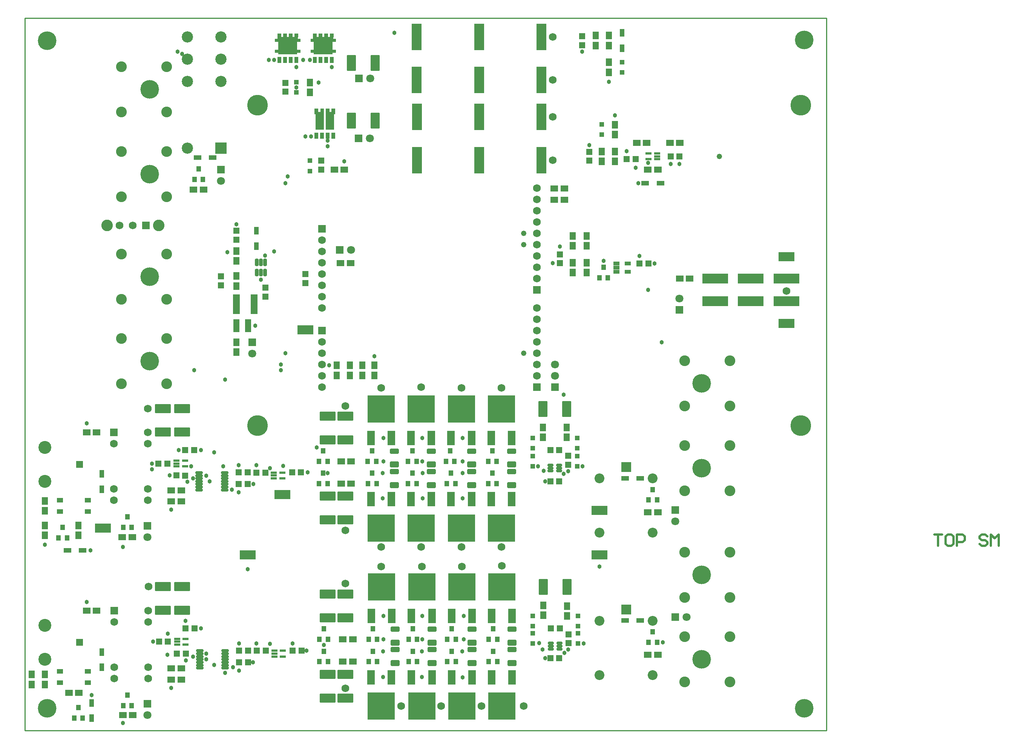
<source format=gts>
G04*
G04 #@! TF.GenerationSoftware,Altium Limited,CircuitStudio,1.5.1 (13)*
G04*
G04 Layer_Color=20142*
%FSLAX23Y23*%
%MOIN*%
G70*
G01*
G75*
%ADD45C,0.010*%
%ADD46C,0.020*%
%ADD74R,0.071X0.126*%
%ADD75R,0.244X0.244*%
%ADD76R,0.055X0.058*%
%ADD77R,0.043X0.045*%
%ADD78R,0.043X0.045*%
%ADD79R,0.068X0.058*%
G04:AMPARAMS|DCode=80|XSize=51mil|YSize=78mil|CornerRadius=7mil|HoleSize=0mil|Usage=FLASHONLY|Rotation=90.000|XOffset=0mil|YOffset=0mil|HoleType=Round|Shape=RoundedRectangle|*
%AMROUNDEDRECTD80*
21,1,0.051,0.064,0,0,90.0*
21,1,0.037,0.078,0,0,90.0*
1,1,0.014,0.032,0.018*
1,1,0.014,0.032,-0.018*
1,1,0.014,-0.032,-0.018*
1,1,0.014,-0.032,0.018*
%
%ADD80ROUNDEDRECTD80*%
G04:AMPARAMS|DCode=81|XSize=45mil|YSize=78mil|CornerRadius=7mil|HoleSize=0mil|Usage=FLASHONLY|Rotation=90.000|XOffset=0mil|YOffset=0mil|HoleType=Round|Shape=RoundedRectangle|*
%AMROUNDEDRECTD81*
21,1,0.045,0.065,0,0,90.0*
21,1,0.032,0.078,0,0,90.0*
1,1,0.013,0.032,0.016*
1,1,0.013,0.032,-0.016*
1,1,0.013,-0.032,-0.016*
1,1,0.013,-0.032,0.016*
%
%ADD81ROUNDEDRECTD81*%
G04:AMPARAMS|DCode=82|XSize=83mil|YSize=141mil|CornerRadius=7mil|HoleSize=0mil|Usage=FLASHONLY|Rotation=90.000|XOffset=0mil|YOffset=0mil|HoleType=Round|Shape=RoundedRectangle|*
%AMROUNDEDRECTD82*
21,1,0.083,0.127,0,0,90.0*
21,1,0.070,0.141,0,0,90.0*
1,1,0.013,0.064,0.035*
1,1,0.013,0.064,-0.035*
1,1,0.013,-0.064,-0.035*
1,1,0.013,-0.064,0.035*
%
%ADD82ROUNDEDRECTD82*%
G04:AMPARAMS|DCode=83|XSize=83mil|YSize=141mil|CornerRadius=7mil|HoleSize=0mil|Usage=FLASHONLY|Rotation=0.000|XOffset=0mil|YOffset=0mil|HoleType=Round|Shape=RoundedRectangle|*
%AMROUNDEDRECTD83*
21,1,0.083,0.127,0,0,0.0*
21,1,0.070,0.141,0,0,0.0*
1,1,0.013,0.035,-0.064*
1,1,0.013,-0.035,-0.064*
1,1,0.013,-0.035,0.064*
1,1,0.013,0.035,0.064*
%
%ADD83ROUNDEDRECTD83*%
%ADD84R,0.058X0.055*%
%ADD85R,0.043X0.039*%
G04:AMPARAMS|DCode=86|XSize=55mil|YSize=24mil|CornerRadius=6mil|HoleSize=0mil|Usage=FLASHONLY|Rotation=180.000|XOffset=0mil|YOffset=0mil|HoleType=Round|Shape=RoundedRectangle|*
%AMROUNDEDRECTD86*
21,1,0.055,0.012,0,0,180.0*
21,1,0.043,0.024,0,0,180.0*
1,1,0.012,-0.021,0.006*
1,1,0.012,0.021,0.006*
1,1,0.012,0.021,-0.006*
1,1,0.012,-0.021,-0.006*
%
%ADD86ROUNDEDRECTD86*%
%ADD87R,0.058X0.068*%
%ADD88R,0.071X0.039*%
%ADD89R,0.144X0.081*%
%ADD90R,0.225X0.085*%
%ADD91R,0.055X0.024*%
%ADD92R,0.039X0.071*%
%ADD93R,0.032X0.058*%
G04:AMPARAMS|DCode=94|XSize=65mil|YSize=31mil|CornerRadius=7mil|HoleSize=0mil|Usage=FLASHONLY|Rotation=270.000|XOffset=0mil|YOffset=0mil|HoleType=Round|Shape=RoundedRectangle|*
%AMROUNDEDRECTD94*
21,1,0.065,0.017,0,0,270.0*
21,1,0.051,0.031,0,0,270.0*
1,1,0.014,-0.009,-0.026*
1,1,0.014,-0.009,0.026*
1,1,0.014,0.009,0.026*
1,1,0.014,0.009,-0.026*
%
%ADD94ROUNDEDRECTD94*%
G04:AMPARAMS|DCode=95|XSize=66mil|YSize=24mil|CornerRadius=6mil|HoleSize=0mil|Usage=FLASHONLY|Rotation=0.000|XOffset=0mil|YOffset=0mil|HoleType=Round|Shape=RoundedRectangle|*
%AMROUNDEDRECTD95*
21,1,0.066,0.012,0,0,0.0*
21,1,0.054,0.024,0,0,0.0*
1,1,0.012,0.027,-0.006*
1,1,0.012,-0.027,-0.006*
1,1,0.012,-0.027,0.006*
1,1,0.012,0.027,0.006*
%
%ADD95ROUNDEDRECTD95*%
%ADD96R,0.087X0.232*%
%ADD97R,0.055X0.032*%
%ADD98R,0.032X0.058*%
%ADD99R,0.032X0.036*%
%ADD100R,0.169X0.158*%
%ADD101R,0.038X0.031*%
%ADD102R,0.014X0.020*%
%ADD103R,0.063X0.173*%
%ADD104R,0.058X0.115*%
%ADD105R,0.055X0.040*%
%ADD106C,0.048*%
%ADD107C,0.071*%
%ADD108R,0.071X0.071*%
%ADD109C,0.095*%
%ADD110C,0.165*%
%ADD111R,0.071X0.071*%
%ADD112C,0.068*%
%ADD113R,0.068X0.068*%
%ADD114C,0.102*%
%ADD115C,0.068*%
%ADD116R,0.068X0.068*%
%ADD117C,0.114*%
%ADD118R,0.064X0.064*%
%ADD119R,0.087X0.087*%
%ADD120C,0.087*%
%ADD121C,0.099*%
%ADD122R,0.099X0.099*%
%ADD123C,0.183*%
%ADD124C,0.038*%
G36*
X4415Y7441D02*
X4416D01*
Y7283D01*
X4343D01*
Y7421D01*
X4333D01*
Y7469D01*
X4365D01*
Y7441D01*
X4384D01*
Y7469D01*
X4415D01*
Y7441D01*
D02*
G37*
G36*
X4515Y7421D02*
X4505D01*
Y7283D01*
X4432D01*
Y7441D01*
X4433D01*
Y7469D01*
X4464D01*
Y7441D01*
X4483D01*
Y7469D01*
X4515D01*
Y7421D01*
D02*
G37*
D45*
X1772Y1969D02*
X8858D01*
X1772D02*
Y8268D01*
X8858Y1969D02*
Y8268D01*
X1772D02*
X8858D01*
D46*
X9813Y3702D02*
X9880D01*
X9846D01*
Y3602D01*
X9963Y3702D02*
X9930D01*
X9913Y3685D01*
Y3619D01*
X9930Y3602D01*
X9963D01*
X9980Y3619D01*
Y3685D01*
X9963Y3702D01*
X10013Y3602D02*
Y3702D01*
X10063D01*
X10080Y3685D01*
Y3652D01*
X10063Y3635D01*
X10013D01*
X10280Y3685D02*
X10263Y3702D01*
X10230D01*
X10213Y3685D01*
Y3669D01*
X10230Y3652D01*
X10263D01*
X10280Y3635D01*
Y3619D01*
X10263Y3602D01*
X10230D01*
X10213Y3619D01*
X10313Y3602D02*
Y3702D01*
X10346Y3669D01*
X10380Y3702D01*
Y3602D01*
D74*
X6075Y4557D02*
D03*
X5894D02*
D03*
X5720D02*
D03*
X5539D02*
D03*
X5366D02*
D03*
X5185D02*
D03*
X5012D02*
D03*
X4831D02*
D03*
X5894Y4016D02*
D03*
X6075D02*
D03*
X5539D02*
D03*
X5720D02*
D03*
X5185D02*
D03*
X5366D02*
D03*
X5016Y2982D02*
D03*
X4835D02*
D03*
X5371D02*
D03*
X5189D02*
D03*
X5725D02*
D03*
X5544D02*
D03*
X6079D02*
D03*
X5898D02*
D03*
X4831Y4016D02*
D03*
X5012D02*
D03*
X5898Y2441D02*
D03*
X6079D02*
D03*
X5544D02*
D03*
X5725D02*
D03*
X5189D02*
D03*
X5371D02*
D03*
X4831D02*
D03*
X5012D02*
D03*
D75*
X5984Y4813D02*
D03*
X5630D02*
D03*
X5276D02*
D03*
X4921D02*
D03*
X5984Y3760D02*
D03*
X5630D02*
D03*
X5276D02*
D03*
X4926Y3238D02*
D03*
X5280D02*
D03*
X5634D02*
D03*
X5989D02*
D03*
X4921Y3760D02*
D03*
X5989Y2185D02*
D03*
X5634D02*
D03*
X5280D02*
D03*
X4921D02*
D03*
D76*
X4213Y4252D02*
D03*
X4134Y4252D02*
D03*
X6417Y4449D02*
D03*
X6496Y4449D02*
D03*
X6496Y4173D02*
D03*
X6417Y4173D02*
D03*
X6501Y2874D02*
D03*
X6421Y2874D02*
D03*
X6417Y2608D02*
D03*
X6496Y2608D02*
D03*
X7204Y6100D02*
D03*
X7284Y6100D02*
D03*
X7480Y7047D02*
D03*
X7559Y7047D02*
D03*
X7093Y7022D02*
D03*
X7172Y7022D02*
D03*
X4138Y2677D02*
D03*
X4217Y2677D02*
D03*
X3902Y2675D02*
D03*
X3823Y2675D02*
D03*
X3745Y2677D02*
D03*
X3666Y2677D02*
D03*
X3745Y2573D02*
D03*
X3666Y2573D02*
D03*
X3193Y2874D02*
D03*
X3272Y2874D02*
D03*
X3194Y2650D02*
D03*
X3114Y2650D02*
D03*
X3036Y2756D02*
D03*
X2957Y2756D02*
D03*
X3819Y4250D02*
D03*
X3898Y4250D02*
D03*
X3661Y4252D02*
D03*
X3740Y4252D02*
D03*
X3661Y4148D02*
D03*
X3740Y4148D02*
D03*
X3268Y4449D02*
D03*
X3189Y4449D02*
D03*
X2952Y4331D02*
D03*
X3032Y4331D02*
D03*
X3110Y4225D02*
D03*
X3189Y4224D02*
D03*
D77*
X4409Y4245D02*
D03*
X4372Y4153D02*
D03*
X4409Y4444D02*
D03*
X4372Y4351D02*
D03*
X4841Y4443D02*
D03*
X4803Y4350D02*
D03*
X4843Y4245D02*
D03*
X4805Y4153D02*
D03*
X5197Y4444D02*
D03*
X5159Y4351D02*
D03*
X5197Y4245D02*
D03*
X5159Y4153D02*
D03*
X5531Y4444D02*
D03*
X5494Y4351D02*
D03*
X5539Y4245D02*
D03*
X5502Y4153D02*
D03*
X5906Y4444D02*
D03*
X5868Y4351D02*
D03*
X5906Y4245D02*
D03*
X5868Y4153D02*
D03*
X4847Y2869D02*
D03*
X4810Y2777D02*
D03*
X4847Y2670D02*
D03*
X4810Y2578D02*
D03*
X4414Y2670D02*
D03*
X4376Y2578D02*
D03*
X4414Y2869D02*
D03*
X4376Y2777D02*
D03*
X5544Y2670D02*
D03*
X5506Y2578D02*
D03*
X5544Y2869D02*
D03*
X5506Y2777D02*
D03*
X5910Y2869D02*
D03*
X5873Y2777D02*
D03*
X5201Y2670D02*
D03*
X5164Y2578D02*
D03*
X5201Y2869D02*
D03*
X5164Y2777D02*
D03*
X5910Y2670D02*
D03*
X5873Y2578D02*
D03*
X7323Y2842D02*
D03*
X7285Y2749D02*
D03*
X7323Y4101D02*
D03*
X7285Y4009D02*
D03*
X6851Y5973D02*
D03*
X6888Y6065D02*
D03*
X3307Y6936D02*
D03*
X3270Y6844D02*
D03*
X2677Y3858D02*
D03*
X2640Y3766D02*
D03*
X2106Y3767D02*
D03*
X2069Y3674D02*
D03*
X2677Y2283D02*
D03*
X2640Y2191D02*
D03*
X2244Y2172D02*
D03*
X2207Y2080D02*
D03*
D78*
X4447Y4153D02*
D03*
X4447Y4351D02*
D03*
X4878Y4350D02*
D03*
X4880Y4153D02*
D03*
X5234Y4351D02*
D03*
Y4153D02*
D03*
X5569Y4351D02*
D03*
X5577Y4153D02*
D03*
X5943Y4351D02*
D03*
X5943Y4153D02*
D03*
X4884Y2777D02*
D03*
X4884Y2578D02*
D03*
X4451D02*
D03*
X4451Y2777D02*
D03*
X5581Y2578D02*
D03*
X5581Y2777D02*
D03*
X5947D02*
D03*
X5239Y2578D02*
D03*
Y2777D02*
D03*
X5947Y2578D02*
D03*
X7360Y2749D02*
D03*
Y4009D02*
D03*
X6926Y5973D02*
D03*
X3344Y6844D02*
D03*
X2715Y3766D02*
D03*
X2144Y3674D02*
D03*
X2715Y2191D02*
D03*
X2281Y2080D02*
D03*
D79*
X4654Y4154D02*
D03*
X4567D02*
D03*
X4654Y4350D02*
D03*
X4567D02*
D03*
X7367Y2638D02*
D03*
X7279D02*
D03*
Y3898D02*
D03*
X7367D02*
D03*
X7648Y5965D02*
D03*
X7560D02*
D03*
X7563Y7165D02*
D03*
X7476D02*
D03*
X7279Y6929D02*
D03*
X7367D02*
D03*
X7268Y7165D02*
D03*
X7181D02*
D03*
X4595Y6929D02*
D03*
X4508D02*
D03*
X4563Y6102D02*
D03*
X4650D02*
D03*
X4582Y2776D02*
D03*
X4670D02*
D03*
X4582Y2579D02*
D03*
X4670D02*
D03*
X3154Y2520D02*
D03*
X3066D02*
D03*
X3154Y2421D02*
D03*
X3066D02*
D03*
X2406Y3031D02*
D03*
X2318D02*
D03*
X3066Y4094D02*
D03*
X3154D02*
D03*
X3066Y3996D02*
D03*
X3154D02*
D03*
X2318Y4606D02*
D03*
X2406D02*
D03*
X6540Y6663D02*
D03*
X6452D02*
D03*
Y6762D02*
D03*
X6540D02*
D03*
X3351Y6752D02*
D03*
X3263D02*
D03*
X2721Y3681D02*
D03*
X2633D02*
D03*
X2638Y2106D02*
D03*
X2725D02*
D03*
X2161Y2303D02*
D03*
X2249D02*
D03*
D80*
X5039Y4322D02*
D03*
X5366Y4141D02*
D03*
Y4322D02*
D03*
X5720D02*
D03*
Y4141D02*
D03*
X6075D02*
D03*
Y4322D02*
D03*
X5725Y2566D02*
D03*
Y2747D02*
D03*
X5044D02*
D03*
Y2566D02*
D03*
X5371Y2747D02*
D03*
Y2566D02*
D03*
X6079Y2747D02*
D03*
Y2566D02*
D03*
X5039Y4141D02*
D03*
D81*
Y4441D02*
D03*
X5366Y4259D02*
D03*
Y4441D02*
D03*
X5720D02*
D03*
Y4259D02*
D03*
X6075D02*
D03*
Y4441D02*
D03*
X5725Y2685D02*
D03*
Y2866D02*
D03*
X5044D02*
D03*
Y2685D02*
D03*
X5371Y2866D02*
D03*
Y2685D02*
D03*
X6079Y2866D02*
D03*
Y2685D02*
D03*
X5039Y4259D02*
D03*
D82*
X4606Y3832D02*
D03*
Y4042D02*
D03*
Y4750D02*
D03*
Y4541D02*
D03*
X4449Y4042D02*
D03*
Y3832D02*
D03*
Y4541D02*
D03*
Y4750D02*
D03*
X4606Y2467D02*
D03*
Y2257D02*
D03*
X4449D02*
D03*
Y2467D02*
D03*
X4606Y2966D02*
D03*
Y3176D02*
D03*
X4449D02*
D03*
Y2966D02*
D03*
X3160Y3033D02*
D03*
Y3243D02*
D03*
X2992D02*
D03*
Y3033D02*
D03*
Y4608D02*
D03*
Y4817D02*
D03*
X3160D02*
D03*
Y4608D02*
D03*
D83*
X6561Y4813D02*
D03*
X6352D02*
D03*
X6356Y3238D02*
D03*
X6566D02*
D03*
X4659Y7362D02*
D03*
X4869D02*
D03*
Y7874D02*
D03*
X4659D02*
D03*
D84*
X6575Y4400D02*
D03*
X6575Y4320D02*
D03*
X6579Y2742D02*
D03*
X6579Y2821D02*
D03*
X6501Y6181D02*
D03*
X6501Y6102D02*
D03*
X6762Y7087D02*
D03*
X6762Y7008D02*
D03*
X6698Y8111D02*
D03*
X6697Y8031D02*
D03*
X4390Y7008D02*
D03*
X4390Y6929D02*
D03*
X4075Y7618D02*
D03*
X4075Y7697D02*
D03*
X4252Y5926D02*
D03*
X4252Y6006D02*
D03*
X3504Y5985D02*
D03*
X3504Y5905D02*
D03*
X3898Y5886D02*
D03*
X3898Y5807D02*
D03*
X3642Y6388D02*
D03*
X3642Y6308D02*
D03*
D85*
X6260Y4557D02*
D03*
Y4467D02*
D03*
X6260Y4306D02*
D03*
Y4397D02*
D03*
X6654Y4306D02*
D03*
Y4397D02*
D03*
X6654Y4557D02*
D03*
Y4467D02*
D03*
X6663Y2740D02*
D03*
Y2831D02*
D03*
Y2982D02*
D03*
Y2892D02*
D03*
X6260Y2982D02*
D03*
Y2892D02*
D03*
Y2740D02*
D03*
Y2831D02*
D03*
X6870Y7238D02*
D03*
Y7329D02*
D03*
X7053Y7789D02*
D03*
Y7880D02*
D03*
X4291Y6917D02*
D03*
Y7008D02*
D03*
X4173Y7703D02*
D03*
Y7612D02*
D03*
D86*
X6494Y4266D02*
D03*
Y4291D02*
D03*
Y4317D02*
D03*
X6419D02*
D03*
Y4291D02*
D03*
Y4266D02*
D03*
X6499Y2691D02*
D03*
Y2717D02*
D03*
Y2742D02*
D03*
X6423D02*
D03*
Y2717D02*
D03*
Y2691D02*
D03*
D87*
X6561Y4563D02*
D03*
Y4650D02*
D03*
X6352Y4650D02*
D03*
Y4563D02*
D03*
X6566Y3070D02*
D03*
Y2982D02*
D03*
X6356Y2988D02*
D03*
Y3075D02*
D03*
X6737Y6019D02*
D03*
Y6107D02*
D03*
X6614Y6019D02*
D03*
Y6107D02*
D03*
X6737Y6255D02*
D03*
Y6343D02*
D03*
X6614D02*
D03*
Y6255D02*
D03*
X6988Y7240D02*
D03*
Y7327D02*
D03*
Y7091D02*
D03*
Y7003D02*
D03*
X6870D02*
D03*
Y7091D02*
D03*
X6935Y7791D02*
D03*
Y7878D02*
D03*
Y8115D02*
D03*
Y8027D02*
D03*
X6817D02*
D03*
Y8115D02*
D03*
X4862Y5111D02*
D03*
Y5198D02*
D03*
X4754D02*
D03*
Y5111D02*
D03*
X4646Y5111D02*
D03*
Y5198D02*
D03*
X4528D02*
D03*
Y5111D02*
D03*
X3640Y6122D02*
D03*
Y6210D02*
D03*
Y5989D02*
D03*
Y5901D02*
D03*
X3642Y5316D02*
D03*
Y5404D02*
D03*
X4291Y7614D02*
D03*
Y7701D02*
D03*
X1949Y4000D02*
D03*
Y3913D02*
D03*
Y3784D02*
D03*
Y3696D02*
D03*
X2244Y3784D02*
D03*
Y3696D02*
D03*
X1831Y2377D02*
D03*
Y2465D02*
D03*
X1949D02*
D03*
Y2377D02*
D03*
D88*
X7079Y2943D02*
D03*
X7213D02*
D03*
X7079Y4199D02*
D03*
X7213D02*
D03*
X7256Y6811D02*
D03*
X7390D02*
D03*
X3433Y7037D02*
D03*
X3299D02*
D03*
X2148Y3563D02*
D03*
X2281D02*
D03*
D89*
X8504Y5571D02*
D03*
X4252Y5512D02*
D03*
X6850Y3524D02*
D03*
Y3917D02*
D03*
X3740Y3524D02*
D03*
X4048Y4055D02*
D03*
X8504Y6161D02*
D03*
X2461Y3760D02*
D03*
D90*
X8504Y5767D02*
D03*
Y5966D02*
D03*
X8189Y5767D02*
D03*
Y5966D02*
D03*
X7874Y5767D02*
D03*
Y5966D02*
D03*
D91*
X7360Y7022D02*
D03*
Y7047D02*
D03*
Y7073D02*
D03*
X7285D02*
D03*
Y7022D02*
D03*
X4052Y2675D02*
D03*
Y2624D02*
D03*
X3978D02*
D03*
Y2650D02*
D03*
Y2675D02*
D03*
X3117Y2781D02*
D03*
Y2756D02*
D03*
Y2730D02*
D03*
X3191D02*
D03*
Y2781D02*
D03*
X3973Y4250D02*
D03*
Y4225D02*
D03*
Y4199D02*
D03*
X4048D02*
D03*
Y4250D02*
D03*
X3187Y4356D02*
D03*
Y4305D02*
D03*
X3112D02*
D03*
Y4331D02*
D03*
Y4356D02*
D03*
D92*
X7053Y8004D02*
D03*
Y8138D02*
D03*
X3819Y6388D02*
D03*
Y6254D02*
D03*
X2451Y4238D02*
D03*
Y4104D02*
D03*
Y2663D02*
D03*
Y2530D02*
D03*
X2362Y2079D02*
D03*
Y2213D02*
D03*
D93*
X4499Y7230D02*
D03*
X4449D02*
D03*
X4399D02*
D03*
X4349D02*
D03*
D94*
X3896Y6018D02*
D03*
X3858D02*
D03*
X3821D02*
D03*
Y6108D02*
D03*
X3858D02*
D03*
X3896D02*
D03*
D95*
X3543Y2675D02*
D03*
Y2650D02*
D03*
Y2624D02*
D03*
Y2598D02*
D03*
Y2573D02*
D03*
Y2547D02*
D03*
Y2522D02*
D03*
X3317D02*
D03*
Y2547D02*
D03*
Y2573D02*
D03*
Y2598D02*
D03*
Y2624D02*
D03*
Y2650D02*
D03*
Y2675D02*
D03*
X3538Y4250D02*
D03*
Y4224D02*
D03*
Y4199D02*
D03*
Y4173D02*
D03*
Y4148D02*
D03*
Y4122D02*
D03*
Y4096D02*
D03*
X3312D02*
D03*
Y4122D02*
D03*
Y4148D02*
D03*
Y4173D02*
D03*
Y4199D02*
D03*
Y4224D02*
D03*
Y4250D02*
D03*
D96*
X6339Y7396D02*
D03*
Y7014D02*
D03*
X5787Y7014D02*
D03*
Y7396D02*
D03*
X5239D02*
D03*
Y7014D02*
D03*
X6339Y7722D02*
D03*
Y8104D02*
D03*
X5787Y8104D02*
D03*
Y7722D02*
D03*
X5236D02*
D03*
Y8104D02*
D03*
D97*
X7101Y6100D02*
D03*
Y6026D02*
D03*
X7002D02*
D03*
Y6063D02*
D03*
Y6100D02*
D03*
D98*
X4020Y7900D02*
D03*
X4070D02*
D03*
X4120D02*
D03*
X4170D02*
D03*
X4484D02*
D03*
X4434D02*
D03*
X4384D02*
D03*
X4334D02*
D03*
D99*
X4170Y8116D02*
D03*
X4120D02*
D03*
X4070D02*
D03*
X4020D02*
D03*
X4334D02*
D03*
X4384D02*
D03*
X4434D02*
D03*
X4484D02*
D03*
D100*
X4095Y8027D02*
D03*
X4409D02*
D03*
D101*
X4190Y8072D02*
D03*
X3999D02*
D03*
X3999Y7977D02*
D03*
X4190Y7977D02*
D03*
X4505D02*
D03*
X4314Y7977D02*
D03*
X4314Y8072D02*
D03*
X4505D02*
D03*
D102*
X4011Y8096D02*
D03*
X4178D02*
D03*
X4493D02*
D03*
X4326D02*
D03*
D103*
X3799Y5738D02*
D03*
X3642D02*
D03*
D104*
X3746Y5551D02*
D03*
X3642D02*
D03*
D105*
X2329Y4007D02*
D03*
Y3907D02*
D03*
X2081D02*
D03*
Y4007D02*
D03*
X2329Y2492D02*
D03*
Y2392D02*
D03*
X2081D02*
D03*
Y2492D02*
D03*
D106*
X6181Y6366D02*
D03*
Y6266D02*
D03*
Y5306D02*
D03*
X7913Y7047D02*
D03*
D107*
X7620Y2972D02*
D03*
X7520Y3819D02*
D03*
X4823Y7205D02*
D03*
X4656Y6220D02*
D03*
X3780Y5304D02*
D03*
X2854Y3681D02*
D03*
X4824Y7736D02*
D03*
X6457Y5206D02*
D03*
Y5106D02*
D03*
X3504Y6831D02*
D03*
X7559Y5789D02*
D03*
X2854Y2106D02*
D03*
D108*
X7520Y2972D02*
D03*
X4723Y7205D02*
D03*
X4556Y6220D02*
D03*
X4724Y7736D02*
D03*
D109*
X8006Y2398D02*
D03*
Y2798D02*
D03*
X7606Y2398D02*
D03*
Y2798D02*
D03*
X2624Y5436D02*
D03*
Y5036D02*
D03*
X3024Y5436D02*
D03*
Y5036D02*
D03*
X3024Y5784D02*
D03*
Y6184D02*
D03*
X2624Y5784D02*
D03*
Y6184D02*
D03*
X2624Y7090D02*
D03*
Y6690D02*
D03*
X3024Y7090D02*
D03*
Y6690D02*
D03*
Y7438D02*
D03*
Y7838D02*
D03*
X2624Y7438D02*
D03*
Y7838D02*
D03*
X7606Y3546D02*
D03*
Y3146D02*
D03*
X8006Y3546D02*
D03*
Y3146D02*
D03*
X7606Y5239D02*
D03*
Y4839D02*
D03*
X8006Y5239D02*
D03*
Y4839D02*
D03*
X8006Y4091D02*
D03*
Y4491D02*
D03*
X7606Y4091D02*
D03*
Y4491D02*
D03*
D110*
X7756Y2598D02*
D03*
X2874Y5236D02*
D03*
X2874Y5984D02*
D03*
X2874Y6890D02*
D03*
Y7638D02*
D03*
X7756Y3346D02*
D03*
X1969Y2165D02*
D03*
X8661D02*
D03*
Y8075D02*
D03*
X1969Y8071D02*
D03*
X7756Y5039D02*
D03*
X7756Y4291D02*
D03*
D111*
X7520Y3919D02*
D03*
X3780Y5404D02*
D03*
X2854Y3781D02*
D03*
X6457Y5006D02*
D03*
X3504Y6931D02*
D03*
X7559Y5689D02*
D03*
X2854Y2206D02*
D03*
D112*
X2863Y3031D02*
D03*
Y2931D02*
D03*
Y2531D02*
D03*
Y2431D02*
D03*
X2563D02*
D03*
Y2531D02*
D03*
Y2931D02*
D03*
X2559Y4506D02*
D03*
Y4106D02*
D03*
Y4006D02*
D03*
X2859D02*
D03*
Y4106D02*
D03*
Y4506D02*
D03*
Y4606D02*
D03*
X6299Y6766D02*
D03*
Y6666D02*
D03*
Y6566D02*
D03*
Y6466D02*
D03*
Y6366D02*
D03*
Y6266D02*
D03*
Y6166D02*
D03*
Y6066D02*
D03*
Y5966D02*
D03*
Y5706D02*
D03*
Y5606D02*
D03*
Y5506D02*
D03*
Y5406D02*
D03*
Y5306D02*
D03*
Y5206D02*
D03*
Y5106D02*
D03*
X4399Y5706D02*
D03*
Y5806D02*
D03*
Y5906D02*
D03*
Y6006D02*
D03*
Y6106D02*
D03*
Y6206D02*
D03*
Y6306D02*
D03*
Y5006D02*
D03*
Y5106D02*
D03*
Y5206D02*
D03*
Y5306D02*
D03*
Y5406D02*
D03*
X6181Y2185D02*
D03*
X5809Y2187D02*
D03*
X5453Y2185D02*
D03*
X5098D02*
D03*
X6339Y7014D02*
D03*
X5787Y7014D02*
D03*
X5239Y7008D02*
D03*
X4869Y7362D02*
D03*
X5787Y8104D02*
D03*
X5236Y8104D02*
D03*
X4870Y7874D02*
D03*
X6358Y3238D02*
D03*
X6352Y4813D02*
D03*
X6566Y3238D02*
D03*
X6565Y4813D02*
D03*
X2864Y3243D02*
D03*
X2859Y4817D02*
D03*
X8504Y5856D02*
D03*
X4921Y3593D02*
D03*
X5276Y3593D02*
D03*
X5630Y3593D02*
D03*
X5984Y3593D02*
D03*
X4606Y3740D02*
D03*
X5989Y3425D02*
D03*
X5634Y3421D02*
D03*
X5280D02*
D03*
X4921D02*
D03*
X4606Y3268D02*
D03*
X4921Y5000D02*
D03*
X5276Y5006D02*
D03*
X5630Y5000D02*
D03*
X5984D02*
D03*
X4606Y4839D02*
D03*
X6437Y7014D02*
D03*
X6437Y8104D02*
D03*
Y7722D02*
D03*
X6437Y7396D02*
D03*
X4606Y2343D02*
D03*
D113*
X2563Y3031D02*
D03*
X2559Y4606D02*
D03*
X6299Y5866D02*
D03*
Y5006D02*
D03*
X4399Y6406D02*
D03*
Y5506D02*
D03*
D114*
X2497Y6437D02*
D03*
X2954D02*
D03*
D115*
X2607D02*
D03*
X2725D02*
D03*
D116*
X2843D02*
D03*
D117*
X1949Y4173D02*
D03*
Y4472D02*
D03*
Y2898D02*
D03*
Y2598D02*
D03*
D118*
X2256Y4323D02*
D03*
Y2748D02*
D03*
D119*
X7087Y4301D02*
D03*
Y3041D02*
D03*
D120*
X6850Y4201D02*
D03*
Y3720D02*
D03*
X7323D02*
D03*
Y4201D02*
D03*
X6850Y2941D02*
D03*
Y2461D02*
D03*
X7323D02*
D03*
Y2941D02*
D03*
D121*
X3209Y7711D02*
D03*
X3504D02*
D03*
X3209Y7120D02*
D03*
Y7907D02*
D03*
X3504D02*
D03*
X3209Y8104D02*
D03*
X3504D02*
D03*
D122*
Y7120D02*
D03*
D123*
X8631Y7500D02*
D03*
X3828D02*
D03*
X8631Y4666D02*
D03*
X3828D02*
D03*
D124*
X6079Y2746D02*
D03*
X5725D02*
D03*
X5371D02*
D03*
X5044Y2747D02*
D03*
X6075Y4321D02*
D03*
X5720Y4322D02*
D03*
X5366Y4321D02*
D03*
X5039D02*
D03*
X4941Y4350D02*
D03*
X6348Y2687D02*
D03*
X6535Y4941D02*
D03*
X3937Y2736D02*
D03*
X4055Y4311D02*
D03*
X6888Y6122D02*
D03*
X3051Y4225D02*
D03*
X2894Y4331D02*
D03*
X2894Y4281D02*
D03*
X3858Y5955D02*
D03*
X3809Y5551D02*
D03*
X4414Y2726D02*
D03*
X3194Y2589D02*
D03*
X3031Y2638D02*
D03*
X3207Y4169D02*
D03*
X3793Y4148D02*
D03*
X4272Y4252D02*
D03*
X3327Y4449D02*
D03*
X3130D02*
D03*
X6762Y7146D02*
D03*
X3563Y6201D02*
D03*
X4449Y4245D02*
D03*
X3661Y4317D02*
D03*
X7480Y6979D02*
D03*
X3937Y4291D02*
D03*
X3661Y4075D02*
D03*
X4350Y4472D02*
D03*
X4595Y7002D02*
D03*
X6535Y4238D02*
D03*
X6703Y4306D02*
D03*
X6371Y4173D02*
D03*
X6309Y4306D02*
D03*
X6575Y4262D02*
D03*
X6850Y3421D02*
D03*
X6319Y2742D02*
D03*
X6540Y2657D02*
D03*
X6575Y2687D02*
D03*
X6713Y2740D02*
D03*
X6370Y2608D02*
D03*
X7411Y2749D02*
D03*
X2318Y3106D02*
D03*
X4261Y2677D02*
D03*
X3819Y2740D02*
D03*
X3789Y2573D02*
D03*
X3612Y2531D02*
D03*
X3445Y2549D02*
D03*
X3258Y2624D02*
D03*
X3066Y2347D02*
D03*
X2904Y2756D02*
D03*
X3327Y2874D02*
D03*
X3740Y3396D02*
D03*
X3819Y4317D02*
D03*
X3602Y4101D02*
D03*
X3258Y4199D02*
D03*
X3066Y3922D02*
D03*
X2318Y4685D02*
D03*
X4460Y5198D02*
D03*
X4862Y5279D02*
D03*
X3896Y6171D02*
D03*
X4369Y7701D02*
D03*
X6697Y7973D02*
D03*
X6935Y7707D02*
D03*
X7195Y6811D02*
D03*
X7559Y6979D02*
D03*
X7093Y7093D02*
D03*
X6988Y7411D02*
D03*
X6501Y6250D02*
D03*
X7337Y6100D02*
D03*
X3543Y5073D02*
D03*
X6439Y6102D02*
D03*
X7204Y6166D02*
D03*
X3193Y2940D02*
D03*
X3036Y2825D02*
D03*
X3666Y2740D02*
D03*
X4138Y2740D02*
D03*
X3642Y6447D02*
D03*
X5650Y2776D02*
D03*
Y2982D02*
D03*
X5285Y2776D02*
D03*
Y2982D02*
D03*
X4941Y2776D02*
D03*
Y2982D02*
D03*
X5637Y2670D02*
D03*
X5640Y2441D02*
D03*
X5282Y2444D02*
D03*
Y2670D02*
D03*
X4938Y2444D02*
D03*
Y2670D02*
D03*
X5640Y4350D02*
D03*
Y4557D02*
D03*
X5285Y4350D02*
D03*
Y4557D02*
D03*
X4941D02*
D03*
X5643Y4023D02*
D03*
Y4245D02*
D03*
X5288Y4023D02*
D03*
Y4245D02*
D03*
X4934Y4023D02*
D03*
Y4245D02*
D03*
X7283Y6988D02*
D03*
X7172Y6946D02*
D03*
X4173Y7835D02*
D03*
Y7657D02*
D03*
X3524Y4305D02*
D03*
X3242D02*
D03*
X6358Y4266D02*
D03*
X4075Y5306D02*
D03*
X4035Y5206D02*
D03*
Y5157D02*
D03*
X3268D02*
D03*
X7402Y5404D02*
D03*
X3543Y2480D02*
D03*
X2638Y2037D02*
D03*
X7283Y5866D02*
D03*
X3445Y4429D02*
D03*
X2638Y3593D02*
D03*
X3405Y4173D02*
D03*
X3376Y2598D02*
D03*
X3374Y4224D02*
D03*
X3374Y2650D02*
D03*
X3976Y6206D02*
D03*
X4484Y7835D02*
D03*
X3666Y2500D02*
D03*
X4094Y6870D02*
D03*
X4075Y6811D02*
D03*
X4449Y7185D02*
D03*
X3163Y7953D02*
D03*
X3976Y7900D02*
D03*
X3927D02*
D03*
X4291D02*
D03*
X5039Y8140D02*
D03*
X4301Y7224D02*
D03*
X4252D02*
D03*
X3120Y7972D02*
D03*
X4449Y7136D02*
D03*
X4232Y7900D02*
D03*
X1949Y3612D02*
D03*
X2362Y2283D02*
D03*
X2352Y3563D02*
D03*
M02*

</source>
